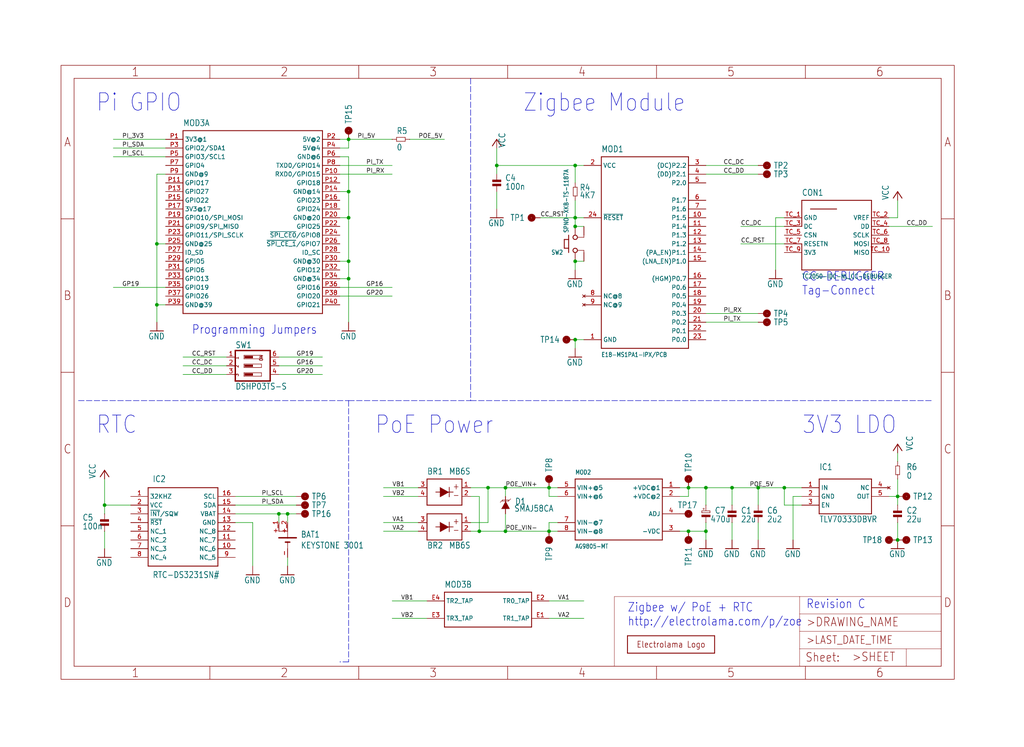
<source format=kicad_sch>
(kicad_sch (version 20211123) (generator eeschema)
  (paper "User" 298.45 217.881)
  (lib_symbols
    (symbol "eagleSchem-eagle-import:A4L-LOC"
      (symbol "A4L-LOC_0_0"
        (text "1" (at 21.6958 1.905 0) (effects (font (size 2.54 2.286))))
        (text "1" (at 21.6958 177.165 0) (effects (font (size 2.54 2.286))))
        (text "2" (at 65.0875 1.905 0) (effects (font (size 2.54 2.286))))
        (text "2" (at 65.0875 177.165 0) (effects (font (size 2.54 2.286))))
        (text "3" (at 108.4792 1.905 0) (effects (font (size 2.54 2.286))))
        (text "3" (at 108.4792 177.165 0) (effects (font (size 2.54 2.286))))
        (text "4" (at 151.8708 1.905 0) (effects (font (size 2.54 2.286))))
        (text "4" (at 151.8708 177.165 0) (effects (font (size 2.54 2.286))))
        (text "5" (at 195.2625 1.905 0) (effects (font (size 2.54 2.286))))
        (text "5" (at 195.2625 177.165 0) (effects (font (size 2.54 2.286))))
        (text "6" (at 238.6542 1.905 0) (effects (font (size 2.54 2.286))))
        (text "6" (at 238.6542 177.165 0) (effects (font (size 2.54 2.286))))
        (text "A" (at 1.905 156.6863 0) (effects (font (size 2.54 2.286))))
        (text "A" (at 258.445 156.6863 0) (effects (font (size 2.54 2.286))))
        (text "B" (at 1.905 111.9188 0) (effects (font (size 2.54 2.286))))
        (text "B" (at 258.445 111.9188 0) (effects (font (size 2.54 2.286))))
        (text "C" (at 1.905 67.1513 0) (effects (font (size 2.54 2.286))))
        (text "C" (at 258.445 67.1513 0) (effects (font (size 2.54 2.286))))
        (text "D" (at 1.905 22.3838 0) (effects (font (size 2.54 2.286))))
        (text "D" (at 258.445 22.3838 0) (effects (font (size 2.54 2.286))))
      )
      (symbol "A4L-LOC_1_0"
        (text ">DRAWING_NAME" (at 217.17 15.24 0) (effects (font (size 2.54 2.159)) (justify left bottom)))
        (text ">LAST_DATE_TIME" (at 217.17 10.16 0) (effects (font (size 2.286 1.9431)) (justify left bottom)))
        (text ">SHEET" (at 230.505 5.08 0) (effects (font (size 2.54 2.159)) (justify left bottom)))
        (text "Sheet:" (at 216.916 4.953 0) (effects (font (size 2.54 2.159)) (justify left bottom)))
      )
    )
    (symbol "eagleSchem-eagle-import:BATTERY"
      (property "Reference" "BAT" (at -1.27 3.175 0))
      (property "Value" "BATTERY" (at -1.27 -5.08 0))
      (symbol "BATTERY_1_0"
        (pin passive line (at 5.08 2.54 180) (length 2.54) (name "+1") (number "+_1"))
        (pin passive line (at 5.08 0 180) (length 2.54) (name "+2") (number "+_2"))
        (pin passive line (at -5.08 0 0) (length 2.54) (name "-") (number "-"))
      )
    )
    (symbol "eagleSchem-eagle-import:CAP-0603"
      (property "Reference" "C" (at -2.54 2.54 0))
      (property "Value" "CAP-0603" (at -2.54 -3.81 0))
      (symbol "CAP-0603_1_0"
        (pin passive line (at -2.54 0 0) (length 0) (name "1") (number "1"))
        (pin passive line (at 2.54 0 180) (length 0) (name "2") (number "2"))
      )
    )
    (symbol "eagleSchem-eagle-import:CAP-0805"
      (property "Reference" "C" (at -2.54 2.54 0))
      (property "Value" "CAP-0805" (at -2.54 -3.81 0))
      (symbol "CAP-0805_1_0"
        (pin passive line (at -2.54 0 0) (length 0) (name "1") (number "1"))
        (pin passive line (at 2.54 0 180) (length 0) (name "2") (number "2"))
      )
    )
    (symbol "eagleSchem-eagle-import:CAP-POL-ELCO-D8-L10.5"
      (property "Reference" "C" (at -2.54 2.54 0))
      (property "Value" "CAP-POL-ELCO-D8-L10.5" (at -2.54 -3.81 0))
      (symbol "CAP-POL-ELCO-D8-L10.5_1_0"
        (pin passive line (at -2.54 0 0) (length 0) (name "+") (number "+"))
        (pin passive line (at 2.54 0 180) (length 0) (name "-") (number "-"))
      )
    )
    (symbol "eagleSchem-eagle-import:DIODE-RECTIFIER-MB6S"
      (property "Reference" "BR" (at -5.08 6.35 0))
      (property "Value" "DIODE-RECTIFIER-MB6S" (at -5.08 -5.08 0))
      (symbol "DIODE-RECTIFIER-MB6S_1_0"
        (text "+" (at 4.445 1.905 0) (effects (font (size 1.778 1.5113)) (justify right bottom)))
        (text "-" (at 4.445 -0.635 0) (effects (font (size 1.778 1.5113)) (justify right bottom)))
        (text "~" (at -4.445 -0.635 0) (effects (font (size 2.286 1.9431)) (justify left bottom)))
        (text "~" (at -4.445 1.905 0) (effects (font (size 2.286 1.9431)) (justify left bottom)))
        (pin bidirectional line (at 7.62 2.54 180) (length 2.54) (name "+") (number "1"))
        (pin bidirectional line (at 7.62 0 180) (length 2.54) (name "-") (number "2"))
        (pin bidirectional line (at -7.62 2.54 0) (length 2.54) (name "~{@3}") (number "3"))
        (pin bidirectional line (at -7.62 0 0) (length 2.54) (name "~{@4}") (number "4"))
      )
    )
    (symbol "eagleSchem-eagle-import:DIODE-TVS-SMAJ58CA"
      (property "Reference" "D" (at -2.3114 2.6416 0))
      (property "Value" "DIODE-TVS-SMAJ58CA" (at -2.5654 -4.4958 0))
      (symbol "DIODE-TVS-SMAJ58CA_1_0"
        (pin passive line (at 2.54 0 180) (length 2.54) (name "C") (number "1"))
        (pin passive line (at -2.54 0 0) (length 2.54) (name "A") (number "2"))
      )
    )
    (symbol "eagleSchem-eagle-import:EBYTE-E18-MS1PA1"
      (property "Reference" "MOD" (at -12.7 29.21 0))
      (property "Value" "EBYTE-E18-MS1PA1" (at -12.7 -30.48 0))
      (symbol "EBYTE-E18-MS1PA1_1_0"
        (pin power_in line (at -17.78 -25.4 0) (length 5.08) (name "GND") (number "1"))
        (pin bidirectional line (at 17.78 10.16 180) (length 5.08) (name "P1.5") (number "10"))
        (pin bidirectional line (at 17.78 7.62 180) (length 5.08) (name "P1.4") (number "11"))
        (pin bidirectional line (at 17.78 5.08 180) (length 5.08) (name "P1.3") (number "12"))
        (pin bidirectional line (at 17.78 2.54 180) (length 5.08) (name "P1.2") (number "13"))
        (pin output line (at 17.78 0 180) (length 5.08) (name "(PA_EN)P1.1") (number "14"))
        (pin output line (at 17.78 -2.54 180) (length 5.08) (name "(LNA_EN)P1.0") (number "15"))
        (pin output line (at 17.78 -7.62 180) (length 5.08) (name "(HGM)P0.7") (number "16"))
        (pin bidirectional line (at 17.78 -10.16 180) (length 5.08) (name "P0.6") (number "17"))
        (pin bidirectional line (at 17.78 -12.7 180) (length 5.08) (name "P0.5") (number "18"))
        (pin bidirectional line (at 17.78 -15.24 180) (length 5.08) (name "P0.4") (number "19"))
        (pin power_in line (at -17.78 25.4 0) (length 5.08) (name "VCC") (number "2"))
        (pin bidirectional line (at 17.78 -17.78 180) (length 5.08) (name "P0.3") (number "20"))
        (pin bidirectional line (at 17.78 -20.32 180) (length 5.08) (name "P0.2") (number "21"))
        (pin bidirectional line (at 17.78 -22.86 180) (length 5.08) (name "P0.1") (number "22"))
        (pin bidirectional line (at 17.78 -25.4 180) (length 5.08) (name "P0.0") (number "23"))
        (pin input line (at -17.78 10.16 0) (length 5.08) (name "~{RESET}") (number "24"))
        (pin bidirectional line (at 17.78 25.4 180) (length 5.08) (name "(DC)P2.2") (number "3"))
        (pin bidirectional line (at 17.78 22.86 180) (length 5.08) (name "(DD)P2.1") (number "4"))
        (pin bidirectional line (at 17.78 20.32 180) (length 5.08) (name "P2.0") (number "5"))
        (pin bidirectional line (at 17.78 15.24 180) (length 5.08) (name "P1.7") (number "6"))
        (pin bidirectional line (at 17.78 12.7 180) (length 5.08) (name "P1.6") (number "7"))
        (pin no_connect line (at -17.78 -12.7 0) (length 5.08) (name "NC@8") (number "8"))
        (pin no_connect line (at -17.78 -15.24 0) (length 5.08) (name "NC@9") (number "9"))
      )
    )
    (symbol "eagleSchem-eagle-import:GND" (power)
      (property "Value" "GND" (at -2.54 -2.54 0))
      (symbol "GND_1_0"
        (pin power_in line (at 0 2.54 270) (length 2.54) (name "GND") (number "1"))
      )
    )
    (symbol "eagleSchem-eagle-import:LDO-TLV70333DBVR"
      (property "Reference" "IC" (at -7.62 6.35 0))
      (property "Value" "LDO-TLV70333DBVR" (at -7.62 -7.62 0))
      (symbol "LDO-TLV70333DBVR_1_0"
        (pin bidirectional line (at -12.7 2.54 0) (length 5.08) (name "IN") (number "1"))
        (pin bidirectional line (at -12.7 0 0) (length 5.08) (name "GND") (number "2"))
        (pin bidirectional line (at -12.7 -2.54 0) (length 5.08) (name "EN") (number "3"))
        (pin no_connect line (at 12.7 2.54 180) (length 5.08) (name "NC") (number "4"))
        (pin bidirectional line (at 12.7 0 180) (length 5.08) (name "OUT") (number "5"))
      )
    )
    (symbol "eagleSchem-eagle-import:LOGO-ELECTROLAMA"
      (symbol "LOGO-ELECTROLAMA_1_0"
        (text "Electrolama Logo" (at 0 0 0) (effects (font (size 1.778 1.5113))))
      )
    )
    (symbol "eagleSchem-eagle-import:RES-0603"
      (property "Reference" "R" (at -2.54 1.27 0))
      (property "Value" "RES-0603" (at -2.54 -2.54 0))
      (symbol "RES-0603_1_0"
        (pin passive line (at -2.54 0 0) (length 0) (name "1") (number "1"))
        (pin passive line (at 2.54 0 180) (length 0) (name "2") (number "2"))
      )
    )
    (symbol "eagleSchem-eagle-import:RPI-HAT-FULL"
      (property "Reference" "MOD" (at -12.7 6.35 0))
      (symbol "RPI-HAT-FULL_1_0"
        (pin bidirectional line (at -25.4 22.86 0) (length 5.08) (name "3V3@1") (number "P1"))
        (pin bidirectional line (at 25.4 12.7 180) (length 5.08) (name "RXD0/GPIO15") (number "P10"))
        (pin bidirectional line (at -25.4 10.16 0) (length 5.08) (name "GPIO17") (number "P11"))
        (pin bidirectional line (at 25.4 10.16 180) (length 5.08) (name "GPIO18") (number "P12"))
        (pin bidirectional line (at -25.4 7.62 0) (length 5.08) (name "GPIO27") (number "P13"))
        (pin bidirectional line (at 25.4 7.62 180) (length 5.08) (name "GND@14") (number "P14"))
        (pin bidirectional line (at -25.4 5.08 0) (length 5.08) (name "GPIO22") (number "P15"))
        (pin bidirectional line (at 25.4 5.08 180) (length 5.08) (name "GPIO23") (number "P16"))
        (pin bidirectional line (at -25.4 2.54 0) (length 5.08) (name "3V3@17") (number "P17"))
        (pin bidirectional line (at 25.4 2.54 180) (length 5.08) (name "GPIO24") (number "P18"))
        (pin bidirectional line (at -25.4 0 0) (length 5.08) (name "GPIO10/SPI_MOSI") (number "P19"))
        (pin bidirectional line (at 25.4 22.86 180) (length 5.08) (name "5V@2") (number "P2"))
        (pin bidirectional line (at 25.4 0 180) (length 5.08) (name "GND@20") (number "P20"))
        (pin bidirectional line (at -25.4 -2.54 0) (length 5.08) (name "GPIO9/SPI_MISO") (number "P21"))
        (pin bidirectional line (at 25.4 -2.54 180) (length 5.08) (name "GPIO25") (number "P22"))
        (pin bidirectional line (at -25.4 -5.08 0) (length 5.08) (name "GPIO11/SPI_SCLK") (number "P23"))
        (pin bidirectional line (at 25.4 -5.08 180) (length 5.08) (name "~{SPI_CE0}/GPIO8") (number "P24"))
        (pin bidirectional line (at -25.4 -7.62 0) (length 5.08) (name "GND@25") (number "P25"))
        (pin bidirectional line (at 25.4 -7.62 180) (length 5.08) (name "~{SPI_CE_1}/GPIO7") (number "P26"))
        (pin bidirectional line (at -25.4 -10.16 0) (length 5.08) (name "ID_SD") (number "P27"))
        (pin bidirectional line (at 25.4 -10.16 180) (length 5.08) (name "ID_SC") (number "P28"))
        (pin bidirectional line (at -25.4 -12.7 0) (length 5.08) (name "GPIO5") (number "P29"))
        (pin bidirectional line (at -25.4 20.32 0) (length 5.08) (name "GPIO2/SDA1") (number "P3"))
        (pin bidirectional line (at 25.4 -12.7 180) (length 5.08) (name "GND@30") (number "P30"))
        (pin bidirectional line (at -25.4 -15.24 0) (length 5.08) (name "GPIO6") (number "P31"))
        (pin bidirectional line (at 25.4 -15.24 180) (length 5.08) (name "GPIO12") (number "P32"))
        (pin bidirectional line (at -25.4 -17.78 0) (length 5.08) (name "GPIO13") (number "P33"))
        (pin bidirectional line (at 25.4 -17.78 180) (length 5.08) (name "GND@34") (number "P34"))
        (pin bidirectional line (at -25.4 -20.32 0) (length 5.08) (name "GPIO19") (number "P35"))
        (pin bidirectional line (at 25.4 -20.32 180) (length 5.08) (name "GPIO16") (number "P36"))
        (pin bidirectional line (at -25.4 -22.86 0) (length 5.08) (name "GPIO26") (number "P37"))
        (pin bidirectional line (at 25.4 -22.86 180) (length 5.08) (name "GPIO20") (number "P38"))
        (pin bidirectional line (at -25.4 -25.4 0) (length 5.08) (name "GND@39") (number "P39"))
        (pin bidirectional line (at 25.4 20.32 180) (length 5.08) (name "5V@4") (number "P4"))
        (pin bidirectional line (at 25.4 -25.4 180) (length 5.08) (name "GPIO21") (number "P40"))
        (pin bidirectional line (at -25.4 17.78 0) (length 5.08) (name "GPIO3/SCL1") (number "P5"))
        (pin bidirectional line (at 25.4 17.78 180) (length 5.08) (name "GND@6") (number "P6"))
        (pin bidirectional line (at -25.4 15.24 0) (length 5.08) (name "GPIO4") (number "P7"))
        (pin bidirectional line (at 25.4 15.24 180) (length 5.08) (name "TXD0/GPIO14") (number "P8"))
        (pin bidirectional line (at -25.4 12.7 0) (length 5.08) (name "GND@9") (number "P9"))
      )
      (symbol "RPI-HAT-FULL_2_0"
        (pin bidirectional line (at 17.78 -2.54 180) (length 5.08) (name "TR1_TAP") (number "E1"))
        (pin bidirectional line (at 17.78 2.54 180) (length 5.08) (name "TR0_TAP") (number "E2"))
        (pin bidirectional line (at -17.78 -2.54 0) (length 5.08) (name "TR3_TAP") (number "E3"))
        (pin bidirectional line (at -17.78 2.54 0) (length 5.08) (name "TR2_TAP") (number "E4"))
      )
    )
    (symbol "eagleSchem-eagle-import:RTC-DS3231SN#"
      (property "Reference" "IC" (at -10.16 11.43 0))
      (property "Value" "RTC-DS3231SN#" (at -10.16 -15.24 0))
      (symbol "RTC-DS3231SN#_1_0"
        (pin bidirectional line (at -15.24 7.62 0) (length 5.08) (name "32KHZ") (number "1"))
        (pin bidirectional line (at 15.24 -7.62 180) (length 5.08) (name "NC_6") (number "10"))
        (pin bidirectional line (at 15.24 -5.08 180) (length 5.08) (name "NC_7") (number "11"))
        (pin bidirectional line (at 15.24 -2.54 180) (length 5.08) (name "NC_8") (number "12"))
        (pin power_in line (at 15.24 0 180) (length 5.08) (name "GND") (number "13"))
        (pin bidirectional line (at 15.24 2.54 180) (length 5.08) (name "VBAT") (number "14"))
        (pin bidirectional line (at 15.24 5.08 180) (length 5.08) (name "SDA") (number "15"))
        (pin bidirectional line (at 15.24 7.62 180) (length 5.08) (name "SCL") (number "16"))
        (pin power_in line (at -15.24 5.08 0) (length 5.08) (name "VCC") (number "2"))
        (pin input line (at -15.24 2.54 0) (length 5.08) (name "~{INT}/SQW") (number "3"))
        (pin input line (at -15.24 0 0) (length 5.08) (name "~{RST}") (number "4"))
        (pin bidirectional line (at -15.24 -2.54 0) (length 5.08) (name "NC_1") (number "5"))
        (pin bidirectional line (at -15.24 -5.08 0) (length 5.08) (name "NC_2") (number "6"))
        (pin bidirectional line (at -15.24 -7.62 0) (length 5.08) (name "NC_3") (number "7"))
        (pin bidirectional line (at -15.24 -10.16 0) (length 5.08) (name "NC_4") (number "8"))
        (pin bidirectional line (at 15.24 -10.16 180) (length 5.08) (name "NC_5") (number "9"))
      )
    )
    (symbol "eagleSchem-eagle-import:SILVERTEL_AG9800M"
      (property "Reference" "MOD" (at -12.7 11.43 0))
      (property "Value" "SILVERTEL_AG9800M" (at -12.7 -10.16 0))
      (symbol "SILVERTEL_AG9800M_1_0"
        (pin bidirectional line (at 17.78 7.62 180) (length 5.08) (name "+VDC@1") (number "1"))
        (pin bidirectional line (at 17.78 5.08 180) (length 5.08) (name "+VDC@2") (number "2"))
        (pin bidirectional line (at 17.78 -5.08 180) (length 5.08) (name "-VDC") (number "3"))
        (pin bidirectional line (at 17.78 0 180) (length 5.08) (name "ADJ") (number "4"))
        (pin bidirectional line (at -17.78 7.62 0) (length 5.08) (name "VIN+@5") (number "5"))
        (pin bidirectional line (at -17.78 5.08 0) (length 5.08) (name "VIN+@6") (number "6"))
        (pin bidirectional line (at -17.78 -2.54 0) (length 5.08) (name "VIN-@7") (number "7"))
        (pin bidirectional line (at -17.78 -5.08 0) (length 5.08) (name "VIN-@8") (number "8"))
      )
    )
    (symbol "eagleSchem-eagle-import:SPNO-XKB-TS-1187A"
      (property "Reference" "SW" (at 3.175 3.175 0))
      (property "Value" "SPNO-XKB-TS-1187A" (at 3.175 1.905 0))
      (symbol "SPNO-XKB-TS-1187A_1_0"
        (pin bidirectional line (at -5.08 0 0) (length 2.54) (name "1_1") (number "A"))
        (pin bidirectional line (at -5.08 -2.54 0) (length 2.54) (name "1_2") (number "B"))
        (pin bidirectional line (at 5.08 0 180) (length 2.54) (name "2_1") (number "C"))
        (pin bidirectional line (at 5.08 -2.54 180) (length 2.54) (name "2_2") (number "D"))
      )
    )
    (symbol "eagleSchem-eagle-import:SWITCH-DIP03-SMD"
      (property "Reference" "SW" (at -5.08 -5.08 90))
      (property "Value" "SWITCH-DIP03-SMD" (at 6.985 -5.08 90))
      (symbol "SWITCH-DIP03-SMD_1_0"
        (text "1" (at -2.794 -4.064 0) (effects (font (size 0.9906 0.842) (thickness 0.1684) bold) (justify left bottom)))
        (text "2" (at -0.381 -4.064 0) (effects (font (size 0.9906 0.842) (thickness 0.1684) bold) (justify left bottom)))
        (text "3" (at 2.159 -4.064 0) (effects (font (size 0.9906 0.842) (thickness 0.1684) bold) (justify left bottom)))
        (text "ON" (at -3.302 3.048 0) (effects (font (size 0.9906 0.842) (thickness 0.1684) bold) (justify left bottom)))
        (pin passive line (at -2.54 -7.62 90) (length 2.54) (name "1") (number "1"))
        (pin passive line (at 0 -7.62 90) (length 2.54) (name "2") (number "2"))
        (pin passive line (at 2.54 -7.62 90) (length 2.54) (name "3") (number "3"))
        (pin passive line (at 2.54 7.62 270) (length 2.54) (name "4") (number "4"))
        (pin passive line (at 0 7.62 270) (length 2.54) (name "5") (number "5"))
        (pin passive line (at -2.54 7.62 270) (length 2.54) (name "6") (number "6"))
      )
    )
    (symbol "eagleSchem-eagle-import:TC2050-IDC-NL_CC-DEBUGGER"
      (property "Reference" "CON" (at -10.16 11.43 0))
      (property "Value" "TC2050-IDC-NL_CC-DEBUGGER" (at -10.16 -12.7 0))
      (symbol "TC2050-IDC-NL_CC-DEBUGGER_1_0"
        (pin bidirectional line (at -15.24 5.08 0) (length 5.08) (name "GND") (number "TC_1"))
        (pin bidirectional line (at 15.24 -5.08 180) (length 5.08) (name "MISO") (number "TC_10"))
        (pin bidirectional line (at 15.24 5.08 180) (length 5.08) (name "VREF") (number "TC_2"))
        (pin bidirectional line (at -15.24 2.54 0) (length 5.08) (name "DC") (number "TC_3"))
        (pin bidirectional line (at 15.24 2.54 180) (length 5.08) (name "DD") (number "TC_4"))
        (pin bidirectional line (at -15.24 0 0) (length 5.08) (name "CSN") (number "TC_5"))
        (pin bidirectional line (at 15.24 0 180) (length 5.08) (name "SCLK") (number "TC_6"))
        (pin bidirectional line (at -15.24 -2.54 0) (length 5.08) (name "RESETN") (number "TC_7"))
        (pin bidirectional line (at 15.24 -2.54 180) (length 5.08) (name "MOSI") (number "TC_8"))
        (pin bidirectional line (at -15.24 -5.08 0) (length 5.08) (name "3V3") (number "TC_9"))
      )
    )
    (symbol "eagleSchem-eagle-import:TP"
      (property "Reference" "TP" (at 1.905 0 0))
      (symbol "TP_1_0"
        (pin bidirectional line (at -2.54 0 0) (length 2.54) (name "TP") (number "TP"))
      )
    )
    (symbol "eagleSchem-eagle-import:TP-HOOK"
      (property "Reference" "TP" (at 1.905 0 0))
      (symbol "TP-HOOK_1_0"
        (pin bidirectional line (at -2.54 0 0) (length 2.54) (name "TP") (number "1"))
      )
    )
    (symbol "eagleSchem-eagle-import:TP_DUAL_1206"
      (property "Reference" "R" (at -2.54 1.27 0))
      (property "Value" "TP_DUAL_1206" (at -2.54 -2.54 0))
      (symbol "TP_DUAL_1206_1_0"
        (pin passive line (at -2.54 0 0) (length 0) (name "1") (number "1"))
        (pin passive line (at 2.54 0 180) (length 0) (name "2") (number "2"))
      )
    )
    (symbol "eagleSchem-eagle-import:VCC" (power)
      (property "Value" "VCC" (at -2.54 -2.54 90))
      (symbol "VCC_1_0"
        (pin power_in line (at 0 -2.54 90) (length 2.54) (name "VCC") (number "1"))
      )
    )
  )
  (junction (at 220.98 142.24))
  (junction (at 200.66 142.24))
  (junction (at 205.74 142.24))
  (junction (at 261.62 144.78))
  (junction (at 83.82 149.86))
  (junction (at 200.66 154.94))
  (junction (at 101.6 40.64))
  (junction (at 160.02 142.24))
  (junction (at 101.6 55.88))
  (junction (at 147.32 154.94))
  (junction (at 101.6 81.28))
  (junction (at 101.6 63.5))
  (junction (at 45.72 88.9))
  (junction (at 167.64 48.26))
  (junction (at 142.24 142.24))
  (junction (at 45.72 71.12))
  (junction (at 167.64 63.5))
  (junction (at 147.32 142.24))
  (junction (at 81.28 149.86))
  (junction (at 261.62 157.48))
  (junction (at 101.6 76.2))
  (junction (at 30.48 147.32))
  (junction (at 228.6 142.24))
  (junction (at 160.02 154.94))
  (junction (at 167.64 66.04))
  (junction (at 213.36 142.24))
  (junction (at 167.64 76.2))
  (junction (at 205.74 154.94))
  (junction (at 144.78 48.26))
  (junction (at 167.64 99.06))
  (junction (at 139.7 154.94))
  (wire (pts (xy 48.26 45.72) (xy 33.02 45.72)))
  (wire (pts (xy 205.74 91.44) (xy 220.98 91.44)))
  (wire (pts (xy 259.08 144.78) (xy 261.62 144.78)))
  (wire (pts (xy 162.56 144.78) (xy 160.02 144.78)))
  (wire (pts (xy 45.72 50.8) (xy 45.72 71.12)))
  (wire (pts (xy 99.06 45.72) (xy 101.6 45.72)))
  (wire (pts (xy 101.6 40.64) (xy 99.06 40.64)))
  (wire (pts (xy 99.06 76.2) (xy 101.6 76.2)))
  (wire (pts (xy 213.36 147.32) (xy 213.36 142.24)))
  (wire (pts (xy 170.18 63.5) (xy 167.64 63.5)))
  (wire (pts (xy 170.18 99.06) (xy 167.64 99.06)))
  (wire (pts (xy 261.62 147.32) (xy 261.62 144.78)))
  (wire (pts (xy 45.72 88.9) (xy 45.72 93.98)))
  (wire (pts (xy 81.28 149.86) (xy 83.82 149.86)))
  (wire (pts (xy 160.02 152.4) (xy 160.02 154.94)))
  (wire (pts (xy 30.48 147.32) (xy 30.48 139.7)))
  (polyline (pts (xy 101.6 116.84) (xy 101.6 193.04)))
  (wire (pts (xy 228.6 63.5) (xy 226.06 63.5)))
  (wire (pts (xy 261.62 139.7) (xy 261.62 144.78)))
  (wire (pts (xy 124.46 180.34) (xy 114.3 180.34)))
  (wire (pts (xy 167.64 63.5) (xy 157.48 63.5)))
  (wire (pts (xy 144.78 60.96) (xy 144.78 55.88)))
  (wire (pts (xy 121.92 154.94) (xy 111.76 154.94)))
  (wire (pts (xy 68.58 149.86) (xy 81.28 149.86)))
  (wire (pts (xy 205.74 147.32) (xy 205.74 142.24)))
  (wire (pts (xy 213.36 152.4) (xy 213.36 157.48)))
  (wire (pts (xy 48.26 88.9) (xy 45.72 88.9)))
  (polyline (pts (xy 22.86 116.84) (xy 101.6 116.84)))
  (wire (pts (xy 68.58 152.4) (xy 73.66 152.4)))
  (wire (pts (xy 137.16 142.24) (xy 142.24 142.24)))
  (wire (pts (xy 121.92 142.24) (xy 111.76 142.24)))
  (wire (pts (xy 147.32 142.24) (xy 160.02 142.24)))
  (wire (pts (xy 160.02 175.26) (xy 170.18 175.26)))
  (wire (pts (xy 167.64 53.34) (xy 167.64 48.26)))
  (wire (pts (xy 231.14 144.78) (xy 231.14 157.48)))
  (wire (pts (xy 101.6 45.72) (xy 101.6 55.88)))
  (polyline (pts (xy 137.16 116.84) (xy 271.78 116.84)))
  (wire (pts (xy 68.58 144.78) (xy 86.36 144.78)))
  (wire (pts (xy 228.6 71.12) (xy 215.9 71.12)))
  (wire (pts (xy 167.64 48.26) (xy 144.78 48.26)))
  (wire (pts (xy 259.08 63.5) (xy 261.62 63.5)))
  (wire (pts (xy 99.06 43.18) (xy 101.6 43.18)))
  (wire (pts (xy 261.62 132.08) (xy 261.62 134.62)))
  (wire (pts (xy 205.74 50.8) (xy 220.98 50.8)))
  (wire (pts (xy 30.48 147.32) (xy 30.48 149.86)))
  (wire (pts (xy 162.56 152.4) (xy 160.02 152.4)))
  (wire (pts (xy 205.74 48.26) (xy 220.98 48.26)))
  (wire (pts (xy 81.28 106.68) (xy 93.98 106.68)))
  (wire (pts (xy 101.6 76.2) (xy 101.6 81.28)))
  (wire (pts (xy 198.12 142.24) (xy 200.66 142.24)))
  (wire (pts (xy 160.02 154.94) (xy 147.32 154.94)))
  (wire (pts (xy 99.06 83.82) (xy 114.3 83.82)))
  (wire (pts (xy 198.12 154.94) (xy 200.66 154.94)))
  (wire (pts (xy 38.1 147.32) (xy 30.48 147.32)))
  (wire (pts (xy 213.36 142.24) (xy 220.98 142.24)))
  (wire (pts (xy 200.66 154.94) (xy 205.74 154.94)))
  (wire (pts (xy 124.46 175.26) (xy 114.3 175.26)))
  (wire (pts (xy 119.38 40.64) (xy 129.54 40.64)))
  (wire (pts (xy 68.58 147.32) (xy 86.36 147.32)))
  (wire (pts (xy 139.7 144.78) (xy 139.7 154.94)))
  (wire (pts (xy 233.68 147.32) (xy 228.6 147.32)))
  (wire (pts (xy 101.6 63.5) (xy 101.6 76.2)))
  (wire (pts (xy 101.6 55.88) (xy 101.6 63.5)))
  (wire (pts (xy 86.36 149.86) (xy 83.82 149.86)))
  (wire (pts (xy 48.26 83.82) (xy 33.02 83.82)))
  (wire (pts (xy 147.32 154.94) (xy 139.7 154.94)))
  (wire (pts (xy 170.18 76.2) (xy 167.64 76.2)))
  (wire (pts (xy 66.04 109.22) (xy 53.34 109.22)))
  (wire (pts (xy 167.64 63.5) (xy 167.64 66.04)))
  (wire (pts (xy 170.18 48.26) (xy 167.64 48.26)))
  (wire (pts (xy 81.28 149.86) (xy 81.28 152.4)))
  (wire (pts (xy 261.62 63.5) (xy 261.62 58.42)))
  (wire (pts (xy 160.02 180.34) (xy 170.18 180.34)))
  (wire (pts (xy 99.06 81.28) (xy 101.6 81.28)))
  (wire (pts (xy 48.26 50.8) (xy 45.72 50.8)))
  (polyline (pts (xy 101.6 116.84) (xy 137.16 116.84)))
  (wire (pts (xy 160.02 144.78) (xy 160.02 142.24)))
  (wire (pts (xy 83.82 162.56) (xy 83.82 165.1)))
  (wire (pts (xy 66.04 106.68) (xy 53.34 106.68)))
  (wire (pts (xy 220.98 142.24) (xy 228.6 142.24)))
  (wire (pts (xy 228.6 147.32) (xy 228.6 142.24)))
  (wire (pts (xy 101.6 43.18) (xy 101.6 40.64)))
  (wire (pts (xy 101.6 81.28) (xy 101.6 93.98)))
  (wire (pts (xy 205.74 154.94) (xy 205.74 157.48)))
  (wire (pts (xy 220.98 147.32) (xy 220.98 142.24)))
  (wire (pts (xy 137.16 144.78) (xy 139.7 144.78)))
  (wire (pts (xy 139.7 154.94) (xy 137.16 154.94)))
  (wire (pts (xy 144.78 48.26) (xy 144.78 43.18)))
  (wire (pts (xy 167.64 58.42) (xy 167.64 63.5)))
  (wire (pts (xy 233.68 142.24) (xy 228.6 142.24)))
  (wire (pts (xy 121.92 152.4) (xy 111.76 152.4)))
  (wire (pts (xy 167.64 76.2) (xy 167.64 78.74)))
  (wire (pts (xy 48.26 71.12) (xy 45.72 71.12)))
  (wire (pts (xy 200.66 142.24) (xy 205.74 142.24)))
  (polyline (pts (xy 101.6 193.04) (xy 99.06 193.04)))
  (wire (pts (xy 137.16 152.4) (xy 142.24 152.4)))
  (wire (pts (xy 142.24 152.4) (xy 142.24 142.24)))
  (wire (pts (xy 81.28 109.22) (xy 93.98 109.22)))
  (wire (pts (xy 73.66 152.4) (xy 73.66 165.1)))
  (wire (pts (xy 233.68 144.78) (xy 231.14 144.78)))
  (polyline (pts (xy 137.16 22.86) (xy 137.16 116.84)))
  (wire (pts (xy 66.04 104.14) (xy 53.34 104.14)))
  (wire (pts (xy 48.26 43.18) (xy 33.02 43.18)))
  (wire (pts (xy 205.74 152.4) (xy 205.74 154.94)))
  (wire (pts (xy 101.6 40.64) (xy 114.3 40.64)))
  (wire (pts (xy 99.06 50.8) (xy 114.3 50.8)))
  (wire (pts (xy 160.02 154.94) (xy 162.56 154.94)))
  (wire (pts (xy 228.6 66.04) (xy 215.9 66.04)))
  (wire (pts (xy 30.48 154.94) (xy 30.48 160.02)))
  (wire (pts (xy 45.72 71.12) (xy 45.72 88.9)))
  (wire (pts (xy 259.08 66.04) (xy 271.78 66.04)))
  (wire (pts (xy 144.78 48.26) (xy 144.78 50.8)))
  (wire (pts (xy 205.74 93.98) (xy 220.98 93.98)))
  (wire (pts (xy 142.24 142.24) (xy 147.32 142.24)))
  (wire (pts (xy 147.32 149.86) (xy 147.32 154.94)))
  (wire (pts (xy 198.12 144.78) (xy 200.66 144.78)))
  (wire (pts (xy 226.06 63.5) (xy 226.06 78.74)))
  (wire (pts (xy 147.32 144.78) (xy 147.32 142.24)))
  (wire (pts (xy 205.74 142.24) (xy 213.36 142.24)))
  (wire (pts (xy 160.02 142.24) (xy 162.56 142.24)))
  (wire (pts (xy 167.64 99.06) (xy 167.64 101.6)))
  (wire (pts (xy 99.06 63.5) (xy 101.6 63.5)))
  (wire (pts (xy 99.06 86.36) (xy 114.3 86.36)))
  (wire (pts (xy 83.82 149.86) (xy 83.82 152.4)))
  (wire (pts (xy 81.28 104.14) (xy 93.98 104.14)))
  (wire (pts (xy 170.18 66.04) (xy 167.64 66.04)))
  (wire (pts (xy 48.26 40.64) (xy 33.02 40.64)))
  (wire (pts (xy 99.06 48.26) (xy 114.3 48.26)))
  (wire (pts (xy 121.92 144.78) (xy 111.76 144.78)))
  (wire (pts (xy 200.66 144.78) (xy 200.66 142.24)))
  (wire (pts (xy 99.06 55.88) (xy 101.6 55.88)))
  (wire (pts (xy 220.98 152.4) (xy 220.98 157.48)))
  (wire (pts (xy 261.62 152.4) (xy 261.62 157.48)))
  (text "3V3 LDO" (at 233.68 127 180) (effects (font (size 5.08 4.318)) (justify left bottom)))
  (text "Zigbee w/ PoE + RTC\nhttp://electrolama.com/p/zoe" (at 182.88 182.88 180) (effects (font (size 2.54 2.159)) (justify left bottom)))
  (text "PoE Power" (at 109.22 127 180) (effects (font (size 5.08 4.318)) (justify left bottom)))
  (text "Zigbee Module" (at 152.4 33.02 180) (effects (font (size 5.08 4.318)) (justify left bottom)))
  (text "RTC" (at 27.94 127 180) (effects (font (size 5.08 4.318)) (justify left bottom)))
  (text "Programming Jumpers" (at 55.88 97.79 180) (effects (font (size 2.54 2.159)) (justify left bottom)))
  (text "CC-DEBUGGER\nTag-Connect" (at 233.68 86.36 180) (effects (font (size 2.54 2.159)) (justify left bottom)))
  (text "Pi GPIO" (at 27.94 33.02 180) (effects (font (size 5.08 4.318)) (justify left bottom)))
  (text "Revision C" (at 234.95 177.8 180) (effects (font (size 2.54 2.159)) (justify left bottom)))
  (label "CC_RST" (at 157.48 63.5 0) (effects (font (size 1.2446 1.2446))))
  (label "POE_5V" (at 218.44 142.24 0) (effects (font (size 1.2446 1.2446))))
  (label "VB1" (at 116.84 175.26 0) (effects (font (size 1.2446 1.2446))))
  (label "VA2" (at 114.3 154.94 0) (effects (font (size 1.2446 1.2446))))
  (label "PI_3V3" (at 35.56 40.64 0) (effects (font (size 1.2446 1.2446))))
  (label "CC_DD" (at 210.82 50.8 0) (effects (font (size 1.2446 1.2446))))
  (label "CC_DD" (at 264.16 66.04 0) (effects (font (size 1.2446 1.2446))))
  (label "VA1" (at 162.56 175.26 0) (effects (font (size 1.2446 1.2446))))
  (label "PI_SDA" (at 76.2 147.32 0) (effects (font (size 1.2446 1.2446))))
  (label "PI_RX" (at 106.68 50.8 0) (effects (font (size 1.2446 1.2446))))
  (label "PI_SCL" (at 35.56 45.72 0) (effects (font (size 1.2446 1.2446))))
  (label "POE_VIN+" (at 147.32 142.24 0) (effects (font (size 1.2446 1.2446))))
  (label "PI_5V" (at 104.14 40.64 0) (effects (font (size 1.2446 1.2446))))
  (label "GP20" (at 86.36 109.22 0) (effects (font (size 1.2446 1.2446))))
  (label "CC_DC" (at 210.82 48.26 0) (effects (font (size 1.2446 1.2446))))
  (label "GP19" (at 35.56 83.82 0) (effects (font (size 1.2446 1.2446))))
  (label "PI_SDA" (at 35.56 43.18 0) (effects (font (size 1.2446 1.2446))))
  (label "PI_RX" (at 210.82 91.44 0) (effects (font (size 1.2446 1.2446))))
  (label "CC_DD" (at 55.88 109.22 0) (effects (font (size 1.2446 1.2446))))
  (label "GP20" (at 106.68 86.36 0) (effects (font (size 1.2446 1.2446))))
  (label "POE_VIN-" (at 147.32 154.94 0) (effects (font (size 1.2446 1.2446))))
  (label "VB2" (at 116.84 180.34 0) (effects (font (size 1.2446 1.2446))))
  (label "CC_RST" (at 215.9 71.12 0) (effects (font (size 1.2446 1.2446))))
  (label "POE_5V" (at 121.92 40.64 0) (effects (font (size 1.2446 1.2446))))
  (label "VB2" (at 114.3 144.78 0) (effects (font (size 1.2446 1.2446))))
  (label "VB1" (at 114.3 142.24 0) (effects (font (size 1.2446 1.2446))))
  (label "VA1" (at 114.3 152.4 0) (effects (font (size 1.2446 1.2446))))
  (label "PI_TX" (at 210.82 93.98 0) (effects (font (size 1.2446 1.2446))))
  (label "GP16" (at 86.36 106.68 0) (effects (font (size 1.2446 1.2446))))
  (label "VA2" (at 162.56 180.34 0) (effects (font (size 1.2446 1.2446))))
  (label "PI_TX" (at 106.68 48.26 0) (effects (font (size 1.2446 1.2446))))
  (label "CC_DC" (at 55.88 106.68 0) (effects (font (size 1.2446 1.2446))))
  (label "CC_DC" (at 215.9 66.04 0) (effects (font (size 1.2446 1.2446))))
  (label "GP19" (at 86.36 104.14 0) (effects (font (size 1.2446 1.2446))))
  (label "GP16" (at 106.68 83.82 0) (effects (font (size 1.2446 1.2446))))
  (label "PI_SCL" (at 76.2 144.78 0) (effects (font (size 1.2446 1.2446))))
  (label "CC_RST" (at 55.88 104.14 0) (effects (font (size 1.2446 1.2446))))
  (symbol (lib_id "eagleSchem-eagle-import:TP_DUAL_1206") (at 261.62 137.16 90) (unit 1)
    (property "Reference" "R6" (at 264.16 137.16 90) (effects (font (size 1.778 1.5113)) (justify right top)))
    (property "Value" "0" (at 264.16 139.7 90) (effects (font (size 1.778 1.5113)) (justify right top)))
    (property "Footprint" "eagleSchem:TP_DUAL_1206" (effects hide))
  )
  (symbol (lib_id "eagleSchem-eagle-import:TP") (at 88.9 149.86 0) (unit 1)
    (property "Reference" "TP16" (at 90.805 149.86 0) (effects (font (size 1.778 1.5113)) (justify left)))
    (property "Value" "TP" (effects hide))
    (property "Footprint" "eagleSchem:TP_DOT" (effects hide))
  )
  (symbol (lib_id "eagleSchem-eagle-import:TP") (at 154.94 63.5 180) (unit 1)
    (property "Reference" "TP1" (at 153.035 63.5 0) (effects (font (size 1.778 1.5113)) (justify left)))
    (property "Value" "TP" (effects hide))
    (property "Footprint" "eagleSchem:TP_DOT" (effects hide))
  )
  (symbol (lib_id "eagleSchem-eagle-import:BATTERY") (at 83.82 157.48 90) (unit 1)
    (property "Reference" "BAT1" (at 87.63 156.845 90) (effects (font (size 1.778 1.5113)) (justify right top)))
    (property "Value" "KEYSTONE 3001" (at 87.63 160.02 90) (effects (font (size 1.778 1.5113)) (justify right top)))
    (property "Footprint" "eagleSchem:KEYSTONE_3001" (effects hide))
  )
  (symbol (lib_id "eagleSchem-eagle-import:GND") (at 231.14 160.02 0) (unit 1)
    (property "Reference" "#GND10" (effects hide))
    (property "Value" "GND" (at 228.6 162.56 0) (effects (font (size 1.778 1.5113)) (justify left bottom)))
    (property "Footprint" "eagleSchem:" (effects hide))
  )
  (symbol (lib_id "eagleSchem-eagle-import:TP") (at 200.66 157.48 270) (unit 1)
    (property "Reference" "TP11" (at 200.66 159.385 0) (effects (font (size 1.778 1.5113)) (justify left)))
    (property "Value" "TP" (effects hide))
    (property "Footprint" "eagleSchem:TP_DOT" (effects hide))
  )
  (symbol (lib_id "eagleSchem-eagle-import:VCC") (at 144.78 40.64 0) (unit 1)
    (property "Reference" "#P+2" (effects hide))
    (property "Value" "VCC" (at 147.32 43.18 90) (effects (font (size 1.778 1.5113)) (justify left bottom)))
    (property "Footprint" "eagleSchem:" (effects hide))
  )
  (symbol (lib_id "eagleSchem-eagle-import:TP") (at 165.1 99.06 180) (unit 1)
    (property "Reference" "TP14" (at 163.195 99.06 0) (effects (font (size 1.778 1.5113)) (justify left)))
    (property "Value" "TP" (effects hide))
    (property "Footprint" "eagleSchem:TP_DOT" (effects hide))
  )
  (symbol (lib_id "eagleSchem-eagle-import:CAP-0603") (at 30.48 152.4 270) (unit 1)
    (property "Reference" "C5" (at 24.003 151.9174 90) (effects (font (size 1.778 1.5113)) (justify left bottom)))
    (property "Value" "100n" (at 24.003 154.4574 90) (effects (font (size 1.778 1.5113)) (justify left bottom)))
    (property "Footprint" "eagleSchem:_PKG_C_0603" (effects hide))
  )
  (symbol (lib_id "eagleSchem-eagle-import:RPI-HAT-FULL") (at 142.24 177.8 0) (unit 2)
    (property "Reference" "MOD3" (at 129.54 171.45 0) (effects (font (size 1.778 1.5113)) (justify left bottom)))
    (property "Value" "RPI-HAT-FULL" (effects hide))
    (property "Footprint" "eagleSchem:RPI-HAT-FULL" (effects hide))
  )
  (symbol (lib_id "eagleSchem-eagle-import:CAP-0805") (at 213.36 149.86 90) (unit 1)
    (property "Reference" "C1" (at 215.9 149.86 90) (effects (font (size 1.778 1.5113)) (justify right top)))
    (property "Value" "22u" (at 215.9 152.4 90) (effects (font (size 1.778 1.5113)) (justify right top)))
    (property "Footprint" "eagleSchem:_PKG_C_0805" (effects hide))
  )
  (symbol (lib_id "eagleSchem-eagle-import:SPNO-XKB-TS-1187A") (at 167.64 71.12 90) (unit 1)
    (property "Reference" "SW2" (at 160.655 74.295 90) (effects (font (size 1.27 1.0795)) (justify right top)))
    (property "Value" "SPNO-XKB-TS-1187A" (at 165.735 67.945 0) (effects (font (size 1.27 1.0795)) (justify left bottom)))
    (property "Footprint" "eagleSchem:XKB-TS-1187A" (effects hide))
  )
  (symbol (lib_id "eagleSchem-eagle-import:GND") (at 45.72 96.52 0) (unit 1)
    (property "Reference" "#GND4" (effects hide))
    (property "Value" "GND" (at 43.18 99.06 0) (effects (font (size 1.778 1.5113)) (justify left bottom)))
    (property "Footprint" "eagleSchem:" (effects hide))
  )
  (symbol (lib_id "eagleSchem-eagle-import:CAP-0805") (at 261.62 149.86 90) (unit 1)
    (property "Reference" "C2" (at 264.16 149.86 90) (effects (font (size 1.778 1.5113)) (justify right top)))
    (property "Value" "22u" (at 264.16 152.4 90) (effects (font (size 1.778 1.5113)) (justify right top)))
    (property "Footprint" "eagleSchem:_PKG_C_0805" (effects hide))
  )
  (symbol (lib_id "eagleSchem-eagle-import:TP") (at 264.16 144.78 0) (unit 1)
    (property "Reference" "TP12" (at 266.065 144.78 0) (effects (font (size 1.778 1.5113)) (justify left)))
    (property "Value" "TP" (effects hide))
    (property "Footprint" "eagleSchem:TP_DOT" (effects hide))
  )
  (symbol (lib_id "eagleSchem-eagle-import:CAP-0603") (at 144.78 53.34 270) (unit 1)
    (property "Reference" "C4" (at 147.193 52.8574 90) (effects (font (size 1.778 1.5113)) (justify left bottom)))
    (property "Value" "100n" (at 147.193 55.3974 90) (effects (font (size 1.778 1.5113)) (justify left bottom)))
    (property "Footprint" "eagleSchem:_PKG_C_0603" (effects hide))
  )
  (symbol (lib_id "eagleSchem-eagle-import:GND") (at 261.62 160.02 0) (unit 1)
    (property "Reference" "#GND8" (effects hide))
    (property "Value" "GND" (at 259.08 162.56 0) (effects (font (size 1.778 1.5113)) (justify left bottom)))
    (property "Footprint" "eagleSchem:" (effects hide))
  )
  (symbol (lib_id "eagleSchem-eagle-import:GND") (at 83.82 167.64 0) (unit 1)
    (property "Reference" "#GND1" (effects hide))
    (property "Value" "GND" (at 81.28 170.18 0) (effects (font (size 1.778 1.5113)) (justify left bottom)))
    (property "Footprint" "eagleSchem:" (effects hide))
  )
  (symbol (lib_id "eagleSchem-eagle-import:RPI-HAT-FULL") (at 73.66 63.5 0) (unit 1)
    (property "Reference" "MOD3" (at 53.34 36.83 0) (effects (font (size 1.778 1.5113)) (justify left bottom)))
    (property "Value" "RPI-HAT-FULL" (effects hide))
    (property "Footprint" "eagleSchem:RPI-HAT-FULL" (effects hide))
  )
  (symbol (lib_id "eagleSchem-eagle-import:GND") (at 73.66 167.64 0) (unit 1)
    (property "Reference" "#GND2" (effects hide))
    (property "Value" "GND" (at 71.12 170.18 0) (effects (font (size 1.778 1.5113)) (justify left bottom)))
    (property "Footprint" "eagleSchem:" (effects hide))
  )
  (symbol (lib_id "eagleSchem-eagle-import:EBYTE-E18-MS1PA1") (at 187.96 73.66 0) (unit 1)
    (property "Reference" "MOD1" (at 175.26 44.45 0) (effects (font (size 1.778 1.5113)) (justify left bottom)))
    (property "Value" "E18-MS1PA1-IPX/PCB" (at 175.26 104.14 0) (effects (font (size 1.27 1.0795)) (justify left bottom)))
    (property "Footprint" "eagleSchem:EBYTE-E18-MS1PA1" (effects hide))
  )
  (symbol (lib_id "eagleSchem-eagle-import:TP") (at 223.52 50.8 0) (unit 1)
    (property "Reference" "TP3" (at 225.425 50.8 0) (effects (font (size 1.778 1.5113)) (justify left)))
    (property "Value" "TP" (effects hide))
    (property "Footprint" "eagleSchem:TP_DOT" (effects hide))
  )
  (symbol (lib_id "eagleSchem-eagle-import:SILVERTEL_AG9800M") (at 180.34 149.86 0) (unit 1)
    (property "Reference" "MOD2" (at 167.64 138.43 0) (effects (font (size 1.27 1.0795)) (justify left bottom)))
    (property "Value" "AG9805-MT" (at 167.64 160.02 0) (effects (font (size 1.27 1.0795)) (justify left bottom)))
    (property "Footprint" "eagleSchem:SILVERTEL_AG9800M" (effects hide))
  )
  (symbol (lib_id "eagleSchem-eagle-import:VCC") (at 261.62 129.54 0) (unit 1)
    (property "Reference" "#P+1" (effects hide))
    (property "Value" "VCC" (at 264.16 127 90) (effects (font (size 1.778 1.5113)) (justify right top)))
    (property "Footprint" "eagleSchem:" (effects hide))
  )
  (symbol (lib_id "eagleSchem-eagle-import:LDO-TLV70333DBVR") (at 246.38 144.78 0) (unit 1)
    (property "Reference" "IC1" (at 238.76 137.16 0) (effects (font (size 1.778 1.5113)) (justify left bottom)))
    (property "Value" "TLV70333DBVR" (at 238.76 152.4 0) (effects (font (size 1.778 1.5113)) (justify left bottom)))
    (property "Footprint" "eagleSchem:SOT95P280X145-5N" (effects hide))
  )
  (symbol (lib_id "eagleSchem-eagle-import:TP") (at 200.66 139.7 90) (unit 1)
    (property "Reference" "TP10" (at 200.66 137.795 0) (effects (font (size 1.778 1.5113)) (justify left)))
    (property "Value" "TP" (effects hide))
    (property "Footprint" "eagleSchem:TP_DOT" (effects hide))
  )
  (symbol (lib_id "eagleSchem-eagle-import:CAP-POL-ELCO-D8-L10.5") (at 205.74 149.86 270) (unit 1)
    (property "Reference" "C7" (at 208.28 149.86 90) (effects (font (size 1.778 1.5113)) (justify left bottom)))
    (property "Value" "470u" (at 207.01 152.4 90) (effects (font (size 1.778 1.5113)) (justify left bottom)))
    (property "Footprint" "eagleSchem:_CAP_ELCO_D8_L10.5" (effects hide))
  )
  (symbol (lib_id "eagleSchem-eagle-import:VCC") (at 261.62 55.88 0) (unit 1)
    (property "Reference" "#P+4" (effects hide))
    (property "Value" "VCC" (at 259.08 58.42 90) (effects (font (size 1.778 1.5113)) (justify left bottom)))
    (property "Footprint" "eagleSchem:" (effects hide))
  )
  (symbol (lib_id "eagleSchem-eagle-import:GND") (at 226.06 81.28 0) (unit 1)
    (property "Reference" "#GND14" (effects hide))
    (property "Value" "GND" (at 223.52 83.82 0) (effects (font (size 1.778 1.5113)) (justify left bottom)))
    (property "Footprint" "eagleSchem:" (effects hide))
  )
  (symbol (lib_id "eagleSchem-eagle-import:SWITCH-DIP03-SMD") (at 73.66 106.68 270) (unit 1)
    (property "Reference" "SW1" (at 68.58 101.6 90) (effects (font (size 1.778 1.5113)) (justify left bottom)))
    (property "Value" "DSHP03TS-S" (at 68.58 113.665 90) (effects (font (size 1.778 1.5113)) (justify left bottom)))
    (property "Footprint" "eagleSchem:DSHP03TS-S" (effects hide))
  )
  (symbol (lib_id "eagleSchem-eagle-import:GND") (at 30.48 162.56 0) (unit 1)
    (property "Reference" "#GND11" (effects hide))
    (property "Value" "GND" (at 27.94 165.1 0) (effects (font (size 1.778 1.5113)) (justify left bottom)))
    (property "Footprint" "eagleSchem:" (effects hide))
  )
  (symbol (lib_id "eagleSchem-eagle-import:GND") (at 220.98 160.02 0) (unit 1)
    (property "Reference" "#GND12" (effects hide))
    (property "Value" "GND" (at 218.44 162.56 0) (effects (font (size 1.778 1.5113)) (justify left bottom)))
    (property "Footprint" "eagleSchem:" (effects hide))
  )
  (symbol (lib_id "eagleSchem-eagle-import:DIODE-RECTIFIER-MB6S") (at 129.54 144.78 0) (unit 1)
    (property "Reference" "BR1" (at 124.46 138.43 0) (effects (font (size 1.778 1.5113)) (justify left bottom)))
    (property "Value" "MB6S" (at 130.81 138.43 0) (effects (font (size 1.778 1.5113)) (justify left bottom)))
    (property "Footprint" "eagleSchem:SOP254P665X270-4N" (effects hide))
  )
  (symbol (lib_id "eagleSchem-eagle-import:GND") (at 205.74 160.02 0) (unit 1)
    (property "Reference" "#GND13" (effects hide))
    (property "Value" "GND" (at 203.2 162.56 0) (effects (font (size 1.778 1.5113)) (justify left bottom)))
    (property "Footprint" "eagleSchem:" (effects hide))
  )
  (symbol (lib_id "eagleSchem-eagle-import:TP") (at 264.16 157.48 0) (unit 1)
    (property "Reference" "TP13" (at 266.065 157.48 0) (effects (font (size 1.778 1.5113)) (justify left)))
    (property "Value" "TP" (effects hide))
    (property "Footprint" "eagleSchem:TP_DOT" (effects hide))
  )
  (symbol (lib_id "eagleSchem-eagle-import:GND") (at 213.36 160.02 0) (unit 1)
    (property "Reference" "#GND5" (effects hide))
    (property "Value" "GND" (at 210.82 162.56 0) (effects (font (size 1.778 1.5113)) (justify left bottom)))
    (property "Footprint" "eagleSchem:" (effects hide))
  )
  (symbol (lib_id "eagleSchem-eagle-import:RTC-DS3231SN#") (at 53.34 152.4 0) (unit 1)
    (property "Reference" "IC2" (at 44.45 139.7 0) (effects (font (size 1.778 1.5113)) (justify left)))
    (property "Value" "RTC-DS3231SN#" (at 44.45 167.64 0) (effects (font (size 1.778 1.5113)) (justify left)))
    (property "Footprint" "eagleSchem:SOIC127P1032X265-16N" (effects hide))
  )
  (symbol (lib_id "eagleSchem-eagle-import:LOGO-ELECTROLAMA") (at 195.58 187.96 0) (unit 1)
    (property "Reference" "U$1" (effects hide))
    (property "Value" "LOGO-ELECTROLAMA" (effects hide))
    (property "Footprint" "eagleSchem:ELECTROLAMA" (effects hide))
  )
  (symbol (lib_id "eagleSchem-eagle-import:TP") (at 200.66 149.86 0) (unit 1)
    (property "Reference" "TP17" (at 197.485 147.32 0) (effects (font (size 1.778 1.5113)) (justify left)))
    (property "Value" "TP" (effects hide))
    (property "Footprint" "eagleSchem:TP_DOT" (effects hide))
  )
  (symbol (lib_id "eagleSchem-eagle-import:TP") (at 88.9 144.78 0) (unit 1)
    (property "Reference" "TP6" (at 90.805 144.78 0) (effects (font (size 1.778 1.5113)) (justify left)))
    (property "Value" "TP" (effects hide))
    (property "Footprint" "eagleSchem:TP_DOT" (effects hide))
  )
  (symbol (lib_id "eagleSchem-eagle-import:TP") (at 101.6 38.1 90) (unit 1)
    (property "Reference" "TP15" (at 101.6 36.195 0) (effects (font (size 1.778 1.5113)) (justify left)))
    (property "Value" "TP" (effects hide))
    (property "Footprint" "eagleSchem:TP_DOT" (effects hide))
  )
  (symbol (lib_id "eagleSchem-eagle-import:TP") (at 223.52 93.98 0) (unit 1)
    (property "Reference" "TP5" (at 225.425 93.98 0) (effects (font (size 1.778 1.5113)) (justify left)))
    (property "Value" "TP" (effects hide))
    (property "Footprint" "eagleSchem:TP_DOT" (effects hide))
  )
  (symbol (lib_id "eagleSchem-eagle-import:TP_DUAL_1206") (at 116.84 40.64 0) (unit 1)
    (property "Reference" "R5" (at 115.57 39.1414 0) (effects (font (size 1.778 1.5113)) (justify left bottom)))
    (property "Value" "0" (at 115.57 43.942 0) (effects (font (size 1.778 1.5113)) (justify left bottom)))
    (property "Footprint" "eagleSchem:TP_DUAL_1206" (effects hide))
  )
  (symbol (lib_id "eagleSchem-eagle-import:TP") (at 223.52 48.26 0) (unit 1)
    (property "Reference" "TP2" (at 225.425 48.26 0) (effects (font (size 1.778 1.5113)) (justify left)))
    (property "Value" "TP" (effects hide))
    (property "Footprint" "eagleSchem:TP_DOT" (effects hide))
  )
  (symbol (lib_id "eagleSchem-eagle-import:TP") (at 160.02 139.7 90) (unit 1)
    (property "Reference" "TP8" (at 160.02 137.795 0) (effects (font (size 1.778 1.5113)) (justify left)))
    (property "Value" "TP" (effects hide))
    (property "Footprint" "eagleSchem:TP_DOT" (effects hide))
  )
  (symbol (lib_id "eagleSchem-eagle-import:TP") (at 88.9 147.32 0) (unit 1)
    (property "Reference" "TP7" (at 90.805 147.32 0) (effects (font (size 1.778 1.5113)) (justify left)))
    (property "Value" "TP" (effects hide))
    (property "Footprint" "eagleSchem:TP_DOT" (effects hide))
  )
  (symbol (lib_id "eagleSchem-eagle-import:DIODE-TVS-SMAJ58CA") (at 147.32 147.32 90) (unit 1)
    (property "Reference" "D1" (at 150.0886 147.2184 90) (effects (font (size 1.778 1.5113)) (justify right top)))
    (property "Value" "SMAJ58CA" (at 149.8346 149.2758 90) (effects (font (size 1.778 1.5113)) (justify right top)))
    (property "Footprint" "eagleSchem:DIOM5126X250N-NOPOL" (effects hide))
  )
  (symbol (lib_id "eagleSchem-eagle-import:GND") (at 144.78 63.5 0) (unit 1)
    (property "Reference" "#GND7" (effects hide))
    (property "Value" "GND" (at 142.24 66.04 0) (effects (font (size 1.778 1.5113)) (justify left bottom)))
    (property "Footprint" "eagleSchem:" (effects hide))
  )
  (symbol (lib_id "eagleSchem-eagle-import:A4L-LOC") (at 17.78 198.12 0) (unit 1)
    (property "Reference" "#FRAME1" (effects hide))
    (property "Value" "A4L-LOC" (effects hide))
    (property "Footprint" "eagleSchem:" (effects hide))
  )
  (symbol (lib_id "eagleSchem-eagle-import:TC2050-IDC-NL_CC-DEBUGGER") (at 243.84 68.58 0) (unit 1)
    (property "Reference" "CON1" (at 233.68 57.15 0) (effects (font (size 1.778 1.5113)) (justify left bottom)))
    (property "Value" "TC2050-IDC-NL_CC-DEBUGGER" (at 233.68 81.28 0) (effects (font (size 1.27 1.0795)) (justify left bottom)))
    (property "Footprint" "eagleSchem:TC2050-IDC-NL" (effects hide))
  )
  (symbol (lib_id "eagleSchem-eagle-import:GND") (at 101.6 96.52 0) (unit 1)
    (property "Reference" "#GND3" (effects hide))
    (property "Value" "GND" (at 99.06 99.06 0) (effects (font (size 1.778 1.5113)) (justify left bottom)))
    (property "Footprint" "eagleSchem:" (effects hide))
  )
  (symbol (lib_id "eagleSchem-eagle-import:TP-HOOK") (at 259.08 157.48 180) (unit 1)
    (property "Reference" "TP18" (at 257.175 157.48 0) (effects (font (size 1.778 1.5113)) (justify left)))
    (property "Value" "TP-HOOK" (effects hide))
    (property "Footprint" "eagleSchem:TP_S2751-46R" (effects hide))
  )
  (symbol (lib_id "eagleSchem-eagle-import:VCC") (at 30.48 137.16 0) (unit 1)
    (property "Reference" "#P+3" (effects hide))
    (property "Value" "VCC" (at 27.94 139.7 90) (effects (font (size 1.778 1.5113)) (justify left bottom)))
    (property "Footprint" "eagleSchem:" (effects hide))
  )
  (symbol (lib_id "eagleSchem-eagle-import:GND") (at 167.64 81.28 0) (unit 1)
    (property "Reference" "#GND15" (effects hide))
    (property "Value" "GND" (at 165.1 83.82 0) (effects (font (size 1.778 1.5113)) (justify left bottom)))
    (property "Footprint" "eagleSchem:" (effects hide))
  )
  (symbol (lib_id "eagleSchem-eagle-import:TP") (at 160.02 157.48 270) (unit 1)
    (property "Reference" "TP9" (at 160.02 159.385 0) (effects (font (size 1.778 1.5113)) (justify left)))
    (property "Value" "TP" (effects hide))
    (property "Footprint" "eagleSchem:TP_DOT" (effects hide))
  )
  (symbol (lib_id "eagleSchem-eagle-import:GND") (at 167.64 104.14 0) (unit 1)
    (property "Reference" "#GND6" (effects hide))
    (property "Value" "GND" (at 165.1 106.68 0) (effects (font (size 1.778 1.5113)) (justify left bottom)))
    (property "Footprint" "eagleSchem:" (effects hide))
  )
  (symbol (lib_id "eagleSchem-eagle-import:RES-0603") (at 167.64 55.88 90) (unit 1)
    (property "Reference" "R4" (at 168.91 55.6514 90) (effects (font (size 1.778 1.5113)) (justify right top)))
    (property "Value" "4K7" (at 168.91 57.912 90) (effects (font (size 1.778 1.5113)) (justify right top)))
    (property "Footprint" "eagleSchem:_PKG_C_0603" (effects hide))
  )
  (symbol (lib_id "eagleSchem-eagle-import:DIODE-RECTIFIER-MB6S") (at 129.54 154.94 0) (unit 1)
    (property "Reference" "BR2" (at 124.46 160.02 0) (effects (font (size 1.778 1.5113)) (justify left bottom)))
    (property "Value" "MB6S" (at 130.81 160.02 0) (effects (font (size 1.778 1.5113)) (justify left bottom)))
    (property "Footprint" "eagleSchem:SOP254P665X270-4N" (effects hide))
  )
  (symbol (lib_id "eagleSchem-eagle-import:CAP-0603") (at 220.98 149.86 270) (unit 1)
    (property "Reference" "C6" (at 223.52 149.86 90) (effects (font (size 1.778 1.5113)) (justify left bottom)))
    (property "Value" "2u2" (at 223.52 152.4 90) (effects (font (size 1.778 1.5113)) (justify left bottom)))
    (property "Footprint" "eagleSchem:_PKG_C_0603" (effects hide))
  )
  (symbol (lib_id "eagleSchem-eagle-import:TP") (at 223.52 91.44 0) (unit 1)
    (property "Reference" "TP4" (at 225.425 91.44 0) (effects (font (size 1.778 1.5113)) (justify left)))
    (property "Value" "TP" (effects hide))
    (property "Footprint" "eagleSchem:TP_DOT" (effects hide))
  )
)
</source>
